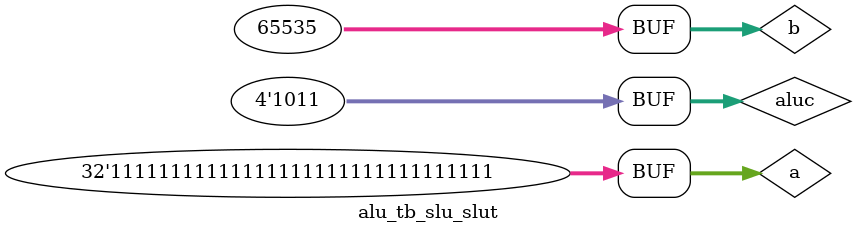
<source format=v>
`timescale 1ns / 1ps


module alu_tb_slu_slut;

    reg [31:0] a;
    reg [31:0] b;
    reg [3:0] aluc;
    wire [31:0] r;
    wire zero;
    wire carry;
    wire negative;
    wire overflow;

    alu inst(a,b,aluc,r,zero,carry,negative,overflow);


    //test addu
    initial begin
        aluc = 4'b1010;
        a = 32'hffffffff;
        b = 32'h80000000;        

        #40 
        aluc = 4'b1010;
        a = 32'h0000ffff;
        b = 32'h00000000;       

        #40 
        aluc = 4'b1010;
        a = 32'hffffffff;
        b = 32'h0000ffff;    

// 1011
        #40 
        aluc = 4'b1011;
        a = 32'h00000001;
        b = 32'hffffffff;   

        #40 
        aluc = 4'b1011;
        a = 32'hffffffff;
        b = 32'h80000000;       

        #40 
        aluc = 4'b1011;
        a = 32'h0000ffff;
        b = 32'h00000000;   

        #40 
        aluc = 4'b1011;
        a = 32'hffffffff;
        b = 32'h0000ffff;   
    end


endmodule

</source>
